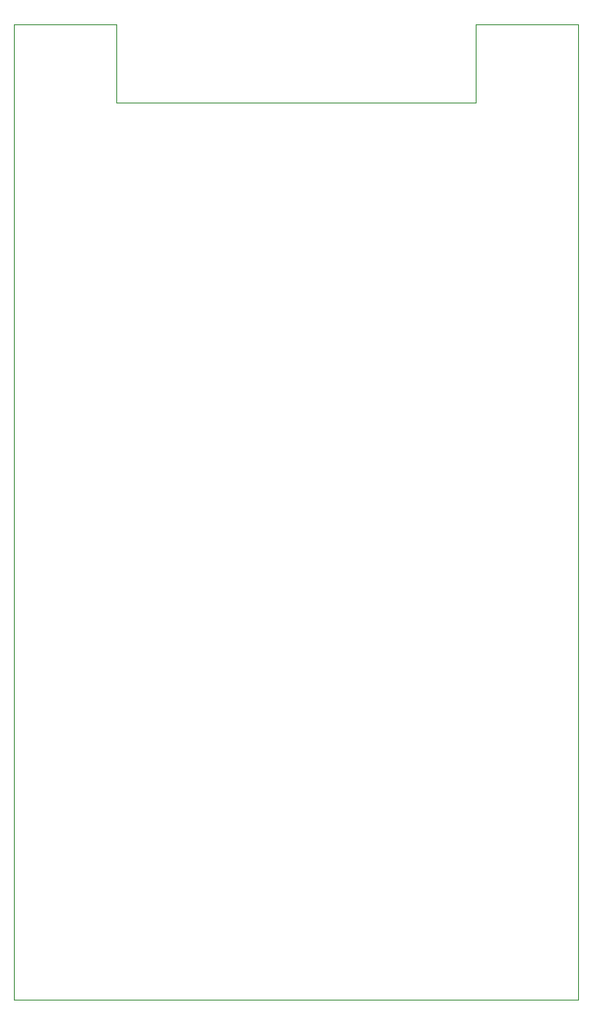
<source format=gbr>
G04 #@! TF.GenerationSoftware,KiCad,Pcbnew,5.0.0-rc3-unknown-3df2743~65~ubuntu18.04.1*
G04 #@! TF.CreationDate,2018-07-07T21:44:53+02:00*
G04 #@! TF.ProjectId,esp32-gateway,65737033322D676174657761792E6B69,rev?*
G04 #@! TF.SameCoordinates,Original*
G04 #@! TF.FileFunction,Profile,NP*
%FSLAX46Y46*%
G04 Gerber Fmt 4.6, Leading zero omitted, Abs format (unit mm)*
G04 Created by KiCad (PCBNEW 5.0.0-rc3-unknown-3df2743~65~ubuntu18.04.1) date Sat Jul  7 21:44:53 2018*
%MOMM*%
%LPD*%
G01*
G04 APERTURE LIST*
%ADD10C,0.001000*%
G04 APERTURE END LIST*
D10*
X160000000Y-65000000D02*
X170000000Y-65000000D01*
X160000000Y-72590000D02*
X160000000Y-65000000D01*
X125000000Y-72590000D02*
X160000000Y-72590000D01*
X125000000Y-65000000D02*
X125000000Y-72590000D01*
X115000000Y-160000000D02*
X115000000Y-65000000D01*
X170000000Y-160000000D02*
X115000000Y-160000000D01*
X170000000Y-65000000D02*
X170000000Y-160000000D01*
X115000000Y-65000000D02*
X125000000Y-65000000D01*
M02*

</source>
